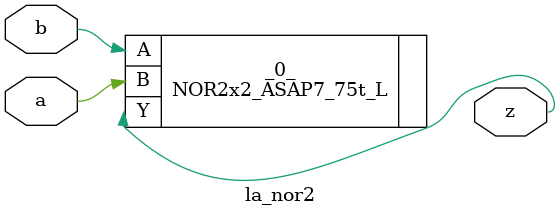
<source format=v>

/* Generated by Yosys 0.44 (git sha1 80ba43d26, g++ 11.4.0-1ubuntu1~22.04 -fPIC -O3) */

(* top =  1  *)
(* src = "generated" *)
module la_nor2 (
    a,
    b,
    z
);
  (* src = "generated" *)
  input a;
  wire a;
  (* src = "generated" *)
  input b;
  wire b;
  (* src = "generated" *)
  output z;
  wire z;
  NOR2x2_ASAP7_75t_L _0_ (
      .A(b),
      .B(a),
      .Y(z)
  );
endmodule

</source>
